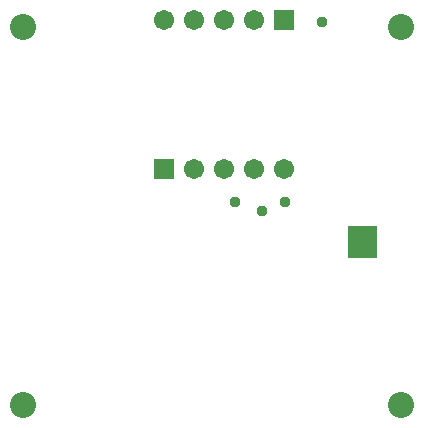
<source format=gbr>
G04 EAGLE Gerber RS-274X export*
G75*
%MOMM*%
%FSLAX34Y34*%
%LPD*%
%INSoldermask Bottom*%
%IPPOS*%
%AMOC8*
5,1,8,0,0,1.08239X$1,22.5*%
G01*
%ADD10C,2.203200*%
%ADD11R,1.711200X1.711200*%
%ADD12C,1.711200*%
%ADD13R,0.503200X2.703200*%
%ADD14C,0.959600*%


D10*
X30000Y350000D03*
X350000Y350000D03*
X350000Y30000D03*
X30000Y30000D03*
D11*
X148900Y229250D03*
D12*
X174300Y229250D03*
X199700Y229250D03*
X225100Y229250D03*
X250500Y229250D03*
X148900Y356000D03*
D11*
X250500Y356000D03*
D12*
X225100Y356000D03*
X199700Y356000D03*
X174300Y356000D03*
D13*
X327500Y167500D03*
X322500Y167500D03*
X317500Y167500D03*
X312500Y167500D03*
X307500Y167500D03*
D14*
X209500Y201500D03*
X252000Y201500D03*
X283000Y354000D03*
X232000Y194000D03*
M02*

</source>
